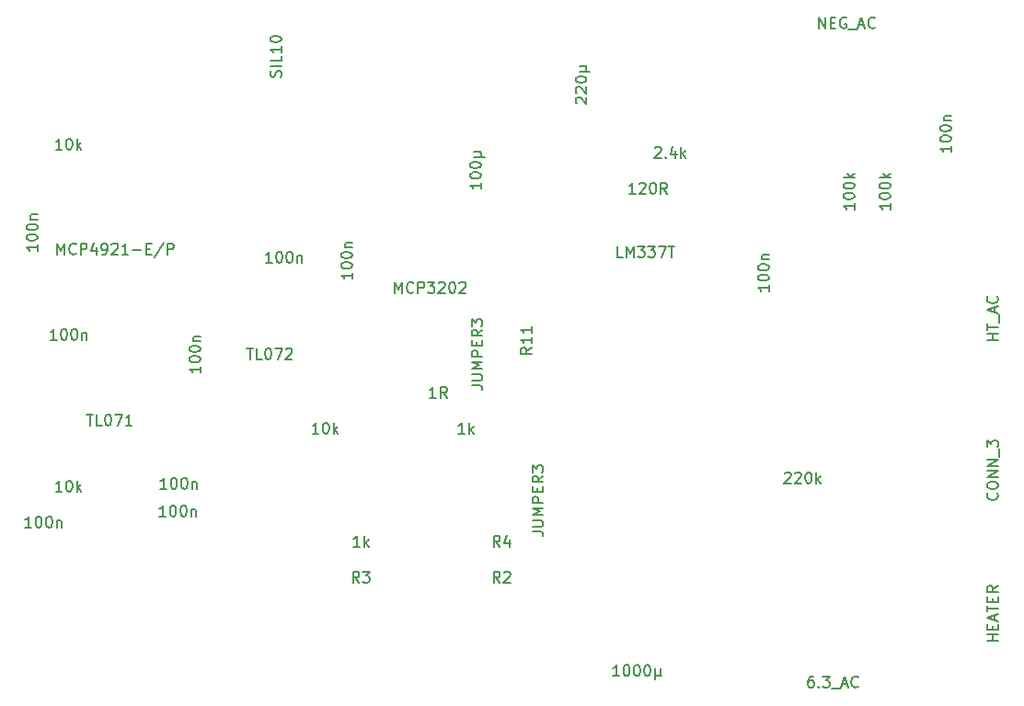
<source format=gbr>
G04 #@! TF.FileFunction,Other,Fab,Top*
%FSLAX46Y46*%
G04 Gerber Fmt 4.6, Leading zero omitted, Abs format (unit mm)*
G04 Created by KiCad (PCBNEW 4.0.2+dfsg1-stable) date dim. 24 juil. 2016 18:32:08 CEST*
%MOMM*%
G01*
G04 APERTURE LIST*
%ADD10C,0.100000*%
%ADD11C,0.150000*%
G04 APERTURE END LIST*
D10*
D11*
X235402667Y-107148381D02*
X235212190Y-107148381D01*
X235116952Y-107196000D01*
X235069333Y-107243619D01*
X234974095Y-107386476D01*
X234926476Y-107576952D01*
X234926476Y-107957905D01*
X234974095Y-108053143D01*
X235021714Y-108100762D01*
X235116952Y-108148381D01*
X235307429Y-108148381D01*
X235402667Y-108100762D01*
X235450286Y-108053143D01*
X235497905Y-107957905D01*
X235497905Y-107719810D01*
X235450286Y-107624571D01*
X235402667Y-107576952D01*
X235307429Y-107529333D01*
X235116952Y-107529333D01*
X235021714Y-107576952D01*
X234974095Y-107624571D01*
X234926476Y-107719810D01*
X235926476Y-108053143D02*
X235974095Y-108100762D01*
X235926476Y-108148381D01*
X235878857Y-108100762D01*
X235926476Y-108053143D01*
X235926476Y-108148381D01*
X236307428Y-107148381D02*
X236926476Y-107148381D01*
X236593142Y-107529333D01*
X236736000Y-107529333D01*
X236831238Y-107576952D01*
X236878857Y-107624571D01*
X236926476Y-107719810D01*
X236926476Y-107957905D01*
X236878857Y-108053143D01*
X236831238Y-108100762D01*
X236736000Y-108148381D01*
X236450285Y-108148381D01*
X236355047Y-108100762D01*
X236307428Y-108053143D01*
X237116952Y-108243619D02*
X237878857Y-108243619D01*
X238069333Y-107862667D02*
X238545524Y-107862667D01*
X237974095Y-108148381D02*
X238307428Y-107148381D01*
X238640762Y-108148381D01*
X239545524Y-108053143D02*
X239497905Y-108100762D01*
X239355048Y-108148381D01*
X239259810Y-108148381D01*
X239116952Y-108100762D01*
X239021714Y-108005524D01*
X238974095Y-107910286D01*
X238926476Y-107719810D01*
X238926476Y-107576952D01*
X238974095Y-107386476D01*
X239021714Y-107291238D01*
X239116952Y-107196000D01*
X239259810Y-107148381D01*
X239355048Y-107148381D01*
X239497905Y-107196000D01*
X239545524Y-107243619D01*
X193682953Y-95194381D02*
X193111524Y-95194381D01*
X193397238Y-95194381D02*
X193397238Y-94194381D01*
X193302000Y-94337238D01*
X193206762Y-94432476D01*
X193111524Y-94480095D01*
X194111524Y-95194381D02*
X194111524Y-94194381D01*
X194206762Y-94813429D02*
X194492477Y-95194381D01*
X194492477Y-94527714D02*
X194111524Y-94908667D01*
X179014381Y-78589047D02*
X179014381Y-79160476D01*
X179014381Y-78874762D02*
X178014381Y-78874762D01*
X178157238Y-78970000D01*
X178252476Y-79065238D01*
X178300095Y-79160476D01*
X178014381Y-77970000D02*
X178014381Y-77874761D01*
X178062000Y-77779523D01*
X178109619Y-77731904D01*
X178204857Y-77684285D01*
X178395333Y-77636666D01*
X178633429Y-77636666D01*
X178823905Y-77684285D01*
X178919143Y-77731904D01*
X178966762Y-77779523D01*
X179014381Y-77874761D01*
X179014381Y-77970000D01*
X178966762Y-78065238D01*
X178919143Y-78112857D01*
X178823905Y-78160476D01*
X178633429Y-78208095D01*
X178395333Y-78208095D01*
X178204857Y-78160476D01*
X178109619Y-78112857D01*
X178062000Y-78065238D01*
X178014381Y-77970000D01*
X178014381Y-77017619D02*
X178014381Y-76922380D01*
X178062000Y-76827142D01*
X178109619Y-76779523D01*
X178204857Y-76731904D01*
X178395333Y-76684285D01*
X178633429Y-76684285D01*
X178823905Y-76731904D01*
X178919143Y-76779523D01*
X178966762Y-76827142D01*
X179014381Y-76922380D01*
X179014381Y-77017619D01*
X178966762Y-77112857D01*
X178919143Y-77160476D01*
X178823905Y-77208095D01*
X178633429Y-77255714D01*
X178395333Y-77255714D01*
X178204857Y-77208095D01*
X178109619Y-77160476D01*
X178062000Y-77112857D01*
X178014381Y-77017619D01*
X178347714Y-76255714D02*
X179014381Y-76255714D01*
X178442952Y-76255714D02*
X178395333Y-76208095D01*
X178347714Y-76112857D01*
X178347714Y-75969999D01*
X178395333Y-75874761D01*
X178490571Y-75827142D01*
X179014381Y-75827142D01*
X252325143Y-90257047D02*
X252372762Y-90304666D01*
X252420381Y-90447523D01*
X252420381Y-90542761D01*
X252372762Y-90685619D01*
X252277524Y-90780857D01*
X252182286Y-90828476D01*
X251991810Y-90876095D01*
X251848952Y-90876095D01*
X251658476Y-90828476D01*
X251563238Y-90780857D01*
X251468000Y-90685619D01*
X251420381Y-90542761D01*
X251420381Y-90447523D01*
X251468000Y-90304666D01*
X251515619Y-90257047D01*
X251420381Y-89638000D02*
X251420381Y-89447523D01*
X251468000Y-89352285D01*
X251563238Y-89257047D01*
X251753714Y-89209428D01*
X252087048Y-89209428D01*
X252277524Y-89257047D01*
X252372762Y-89352285D01*
X252420381Y-89447523D01*
X252420381Y-89638000D01*
X252372762Y-89733238D01*
X252277524Y-89828476D01*
X252087048Y-89876095D01*
X251753714Y-89876095D01*
X251563238Y-89828476D01*
X251468000Y-89733238D01*
X251420381Y-89638000D01*
X252420381Y-88780857D02*
X251420381Y-88780857D01*
X252420381Y-88209428D01*
X251420381Y-88209428D01*
X252420381Y-87733238D02*
X251420381Y-87733238D01*
X252420381Y-87161809D01*
X251420381Y-87161809D01*
X252515619Y-86923714D02*
X252515619Y-86161809D01*
X251420381Y-86018952D02*
X251420381Y-85399904D01*
X251801333Y-85733238D01*
X251801333Y-85590380D01*
X251848952Y-85495142D01*
X251896571Y-85447523D01*
X251991810Y-85399904D01*
X252229905Y-85399904D01*
X252325143Y-85447523D01*
X252372762Y-85495142D01*
X252420381Y-85590380D01*
X252420381Y-85876095D01*
X252372762Y-85971333D01*
X252325143Y-86018952D01*
X217575334Y-107082381D02*
X217003905Y-107082381D01*
X217289619Y-107082381D02*
X217289619Y-106082381D01*
X217194381Y-106225238D01*
X217099143Y-106320476D01*
X217003905Y-106368095D01*
X218194381Y-106082381D02*
X218289620Y-106082381D01*
X218384858Y-106130000D01*
X218432477Y-106177619D01*
X218480096Y-106272857D01*
X218527715Y-106463333D01*
X218527715Y-106701429D01*
X218480096Y-106891905D01*
X218432477Y-106987143D01*
X218384858Y-107034762D01*
X218289620Y-107082381D01*
X218194381Y-107082381D01*
X218099143Y-107034762D01*
X218051524Y-106987143D01*
X218003905Y-106891905D01*
X217956286Y-106701429D01*
X217956286Y-106463333D01*
X218003905Y-106272857D01*
X218051524Y-106177619D01*
X218099143Y-106130000D01*
X218194381Y-106082381D01*
X219146762Y-106082381D02*
X219242001Y-106082381D01*
X219337239Y-106130000D01*
X219384858Y-106177619D01*
X219432477Y-106272857D01*
X219480096Y-106463333D01*
X219480096Y-106701429D01*
X219432477Y-106891905D01*
X219384858Y-106987143D01*
X219337239Y-107034762D01*
X219242001Y-107082381D01*
X219146762Y-107082381D01*
X219051524Y-107034762D01*
X219003905Y-106987143D01*
X218956286Y-106891905D01*
X218908667Y-106701429D01*
X218908667Y-106463333D01*
X218956286Y-106272857D01*
X219003905Y-106177619D01*
X219051524Y-106130000D01*
X219146762Y-106082381D01*
X220099143Y-106082381D02*
X220194382Y-106082381D01*
X220289620Y-106130000D01*
X220337239Y-106177619D01*
X220384858Y-106272857D01*
X220432477Y-106463333D01*
X220432477Y-106701429D01*
X220384858Y-106891905D01*
X220337239Y-106987143D01*
X220289620Y-107034762D01*
X220194382Y-107082381D01*
X220099143Y-107082381D01*
X220003905Y-107034762D01*
X219956286Y-106987143D01*
X219908667Y-106891905D01*
X219861048Y-106701429D01*
X219861048Y-106463333D01*
X219908667Y-106272857D01*
X219956286Y-106177619D01*
X220003905Y-106130000D01*
X220099143Y-106082381D01*
X220861048Y-106415714D02*
X220861048Y-107415714D01*
X221337239Y-106939524D02*
X221384858Y-107034762D01*
X221480096Y-107082381D01*
X220861048Y-106939524D02*
X220908667Y-107034762D01*
X221003905Y-107082381D01*
X221194382Y-107082381D01*
X221289620Y-107034762D01*
X221337239Y-106939524D01*
X221337239Y-106415714D01*
X175838953Y-92400381D02*
X175267524Y-92400381D01*
X175553238Y-92400381D02*
X175553238Y-91400381D01*
X175458000Y-91543238D01*
X175362762Y-91638476D01*
X175267524Y-91686095D01*
X176458000Y-91400381D02*
X176553239Y-91400381D01*
X176648477Y-91448000D01*
X176696096Y-91495619D01*
X176743715Y-91590857D01*
X176791334Y-91781333D01*
X176791334Y-92019429D01*
X176743715Y-92209905D01*
X176696096Y-92305143D01*
X176648477Y-92352762D01*
X176553239Y-92400381D01*
X176458000Y-92400381D01*
X176362762Y-92352762D01*
X176315143Y-92305143D01*
X176267524Y-92209905D01*
X176219905Y-92019429D01*
X176219905Y-91781333D01*
X176267524Y-91590857D01*
X176315143Y-91495619D01*
X176362762Y-91448000D01*
X176458000Y-91400381D01*
X177410381Y-91400381D02*
X177505620Y-91400381D01*
X177600858Y-91448000D01*
X177648477Y-91495619D01*
X177696096Y-91590857D01*
X177743715Y-91781333D01*
X177743715Y-92019429D01*
X177696096Y-92209905D01*
X177648477Y-92305143D01*
X177600858Y-92352762D01*
X177505620Y-92400381D01*
X177410381Y-92400381D01*
X177315143Y-92352762D01*
X177267524Y-92305143D01*
X177219905Y-92209905D01*
X177172286Y-92019429D01*
X177172286Y-91781333D01*
X177219905Y-91590857D01*
X177267524Y-91495619D01*
X177315143Y-91448000D01*
X177410381Y-91400381D01*
X178172286Y-91733714D02*
X178172286Y-92400381D01*
X178172286Y-91828952D02*
X178219905Y-91781333D01*
X178315143Y-91733714D01*
X178458001Y-91733714D01*
X178553239Y-91781333D01*
X178600858Y-91876571D01*
X178600858Y-92400381D01*
X163472953Y-93416381D02*
X162901524Y-93416381D01*
X163187238Y-93416381D02*
X163187238Y-92416381D01*
X163092000Y-92559238D01*
X162996762Y-92654476D01*
X162901524Y-92702095D01*
X164092000Y-92416381D02*
X164187239Y-92416381D01*
X164282477Y-92464000D01*
X164330096Y-92511619D01*
X164377715Y-92606857D01*
X164425334Y-92797333D01*
X164425334Y-93035429D01*
X164377715Y-93225905D01*
X164330096Y-93321143D01*
X164282477Y-93368762D01*
X164187239Y-93416381D01*
X164092000Y-93416381D01*
X163996762Y-93368762D01*
X163949143Y-93321143D01*
X163901524Y-93225905D01*
X163853905Y-93035429D01*
X163853905Y-92797333D01*
X163901524Y-92606857D01*
X163949143Y-92511619D01*
X163996762Y-92464000D01*
X164092000Y-92416381D01*
X165044381Y-92416381D02*
X165139620Y-92416381D01*
X165234858Y-92464000D01*
X165282477Y-92511619D01*
X165330096Y-92606857D01*
X165377715Y-92797333D01*
X165377715Y-93035429D01*
X165330096Y-93225905D01*
X165282477Y-93321143D01*
X165234858Y-93368762D01*
X165139620Y-93416381D01*
X165044381Y-93416381D01*
X164949143Y-93368762D01*
X164901524Y-93321143D01*
X164853905Y-93225905D01*
X164806286Y-93035429D01*
X164806286Y-92797333D01*
X164853905Y-92606857D01*
X164901524Y-92511619D01*
X164949143Y-92464000D01*
X165044381Y-92416381D01*
X165806286Y-92749714D02*
X165806286Y-93416381D01*
X165806286Y-92844952D02*
X165853905Y-92797333D01*
X165949143Y-92749714D01*
X166092001Y-92749714D01*
X166187239Y-92797333D01*
X166234858Y-92892571D01*
X166234858Y-93416381D01*
X213649619Y-54359905D02*
X213602000Y-54312286D01*
X213554381Y-54217048D01*
X213554381Y-53978952D01*
X213602000Y-53883714D01*
X213649619Y-53836095D01*
X213744857Y-53788476D01*
X213840095Y-53788476D01*
X213982952Y-53836095D01*
X214554381Y-54407524D01*
X214554381Y-53788476D01*
X213649619Y-53407524D02*
X213602000Y-53359905D01*
X213554381Y-53264667D01*
X213554381Y-53026571D01*
X213602000Y-52931333D01*
X213649619Y-52883714D01*
X213744857Y-52836095D01*
X213840095Y-52836095D01*
X213982952Y-52883714D01*
X214554381Y-53455143D01*
X214554381Y-52836095D01*
X213554381Y-52217048D02*
X213554381Y-52121809D01*
X213602000Y-52026571D01*
X213649619Y-51978952D01*
X213744857Y-51931333D01*
X213935333Y-51883714D01*
X214173429Y-51883714D01*
X214363905Y-51931333D01*
X214459143Y-51978952D01*
X214506762Y-52026571D01*
X214554381Y-52121809D01*
X214554381Y-52217048D01*
X214506762Y-52312286D01*
X214459143Y-52359905D01*
X214363905Y-52407524D01*
X214173429Y-52455143D01*
X213935333Y-52455143D01*
X213744857Y-52407524D01*
X213649619Y-52359905D01*
X213602000Y-52312286D01*
X213554381Y-52217048D01*
X213887714Y-51455143D02*
X214887714Y-51455143D01*
X214411524Y-50978952D02*
X214506762Y-50931333D01*
X214554381Y-50836095D01*
X214411524Y-51455143D02*
X214506762Y-51407524D01*
X214554381Y-51312286D01*
X214554381Y-51121809D01*
X214506762Y-51026571D01*
X214411524Y-50978952D01*
X213887714Y-50978952D01*
X204840381Y-61662476D02*
X204840381Y-62233905D01*
X204840381Y-61948191D02*
X203840381Y-61948191D01*
X203983238Y-62043429D01*
X204078476Y-62138667D01*
X204126095Y-62233905D01*
X203840381Y-61043429D02*
X203840381Y-60948190D01*
X203888000Y-60852952D01*
X203935619Y-60805333D01*
X204030857Y-60757714D01*
X204221333Y-60710095D01*
X204459429Y-60710095D01*
X204649905Y-60757714D01*
X204745143Y-60805333D01*
X204792762Y-60852952D01*
X204840381Y-60948190D01*
X204840381Y-61043429D01*
X204792762Y-61138667D01*
X204745143Y-61186286D01*
X204649905Y-61233905D01*
X204459429Y-61281524D01*
X204221333Y-61281524D01*
X204030857Y-61233905D01*
X203935619Y-61186286D01*
X203888000Y-61138667D01*
X203840381Y-61043429D01*
X203840381Y-60091048D02*
X203840381Y-59995809D01*
X203888000Y-59900571D01*
X203935619Y-59852952D01*
X204030857Y-59805333D01*
X204221333Y-59757714D01*
X204459429Y-59757714D01*
X204649905Y-59805333D01*
X204745143Y-59852952D01*
X204792762Y-59900571D01*
X204840381Y-59995809D01*
X204840381Y-60091048D01*
X204792762Y-60186286D01*
X204745143Y-60233905D01*
X204649905Y-60281524D01*
X204459429Y-60329143D01*
X204221333Y-60329143D01*
X204030857Y-60281524D01*
X203935619Y-60233905D01*
X203888000Y-60186286D01*
X203840381Y-60091048D01*
X204173714Y-59329143D02*
X205173714Y-59329143D01*
X204697524Y-58852952D02*
X204792762Y-58805333D01*
X204840381Y-58710095D01*
X204697524Y-59329143D02*
X204792762Y-59281524D01*
X204840381Y-59186286D01*
X204840381Y-58995809D01*
X204792762Y-58900571D01*
X204697524Y-58852952D01*
X204173714Y-58852952D01*
X175918953Y-89860381D02*
X175347524Y-89860381D01*
X175633238Y-89860381D02*
X175633238Y-88860381D01*
X175538000Y-89003238D01*
X175442762Y-89098476D01*
X175347524Y-89146095D01*
X176538000Y-88860381D02*
X176633239Y-88860381D01*
X176728477Y-88908000D01*
X176776096Y-88955619D01*
X176823715Y-89050857D01*
X176871334Y-89241333D01*
X176871334Y-89479429D01*
X176823715Y-89669905D01*
X176776096Y-89765143D01*
X176728477Y-89812762D01*
X176633239Y-89860381D01*
X176538000Y-89860381D01*
X176442762Y-89812762D01*
X176395143Y-89765143D01*
X176347524Y-89669905D01*
X176299905Y-89479429D01*
X176299905Y-89241333D01*
X176347524Y-89050857D01*
X176395143Y-88955619D01*
X176442762Y-88908000D01*
X176538000Y-88860381D01*
X177490381Y-88860381D02*
X177585620Y-88860381D01*
X177680858Y-88908000D01*
X177728477Y-88955619D01*
X177776096Y-89050857D01*
X177823715Y-89241333D01*
X177823715Y-89479429D01*
X177776096Y-89669905D01*
X177728477Y-89765143D01*
X177680858Y-89812762D01*
X177585620Y-89860381D01*
X177490381Y-89860381D01*
X177395143Y-89812762D01*
X177347524Y-89765143D01*
X177299905Y-89669905D01*
X177252286Y-89479429D01*
X177252286Y-89241333D01*
X177299905Y-89050857D01*
X177347524Y-88955619D01*
X177395143Y-88908000D01*
X177490381Y-88860381D01*
X178252286Y-89193714D02*
X178252286Y-89860381D01*
X178252286Y-89288952D02*
X178299905Y-89241333D01*
X178395143Y-89193714D01*
X178538001Y-89193714D01*
X178633239Y-89241333D01*
X178680858Y-89336571D01*
X178680858Y-89860381D01*
X165798953Y-76144381D02*
X165227524Y-76144381D01*
X165513238Y-76144381D02*
X165513238Y-75144381D01*
X165418000Y-75287238D01*
X165322762Y-75382476D01*
X165227524Y-75430095D01*
X166418000Y-75144381D02*
X166513239Y-75144381D01*
X166608477Y-75192000D01*
X166656096Y-75239619D01*
X166703715Y-75334857D01*
X166751334Y-75525333D01*
X166751334Y-75763429D01*
X166703715Y-75953905D01*
X166656096Y-76049143D01*
X166608477Y-76096762D01*
X166513239Y-76144381D01*
X166418000Y-76144381D01*
X166322762Y-76096762D01*
X166275143Y-76049143D01*
X166227524Y-75953905D01*
X166179905Y-75763429D01*
X166179905Y-75525333D01*
X166227524Y-75334857D01*
X166275143Y-75239619D01*
X166322762Y-75192000D01*
X166418000Y-75144381D01*
X167370381Y-75144381D02*
X167465620Y-75144381D01*
X167560858Y-75192000D01*
X167608477Y-75239619D01*
X167656096Y-75334857D01*
X167703715Y-75525333D01*
X167703715Y-75763429D01*
X167656096Y-75953905D01*
X167608477Y-76049143D01*
X167560858Y-76096762D01*
X167465620Y-76144381D01*
X167370381Y-76144381D01*
X167275143Y-76096762D01*
X167227524Y-76049143D01*
X167179905Y-75953905D01*
X167132286Y-75763429D01*
X167132286Y-75525333D01*
X167179905Y-75334857D01*
X167227524Y-75239619D01*
X167275143Y-75192000D01*
X167370381Y-75144381D01*
X168132286Y-75477714D02*
X168132286Y-76144381D01*
X168132286Y-75572952D02*
X168179905Y-75525333D01*
X168275143Y-75477714D01*
X168418001Y-75477714D01*
X168513239Y-75525333D01*
X168560858Y-75620571D01*
X168560858Y-76144381D01*
X164028381Y-67373047D02*
X164028381Y-67944476D01*
X164028381Y-67658762D02*
X163028381Y-67658762D01*
X163171238Y-67754000D01*
X163266476Y-67849238D01*
X163314095Y-67944476D01*
X163028381Y-66754000D02*
X163028381Y-66658761D01*
X163076000Y-66563523D01*
X163123619Y-66515904D01*
X163218857Y-66468285D01*
X163409333Y-66420666D01*
X163647429Y-66420666D01*
X163837905Y-66468285D01*
X163933143Y-66515904D01*
X163980762Y-66563523D01*
X164028381Y-66658761D01*
X164028381Y-66754000D01*
X163980762Y-66849238D01*
X163933143Y-66896857D01*
X163837905Y-66944476D01*
X163647429Y-66992095D01*
X163409333Y-66992095D01*
X163218857Y-66944476D01*
X163123619Y-66896857D01*
X163076000Y-66849238D01*
X163028381Y-66754000D01*
X163028381Y-65801619D02*
X163028381Y-65706380D01*
X163076000Y-65611142D01*
X163123619Y-65563523D01*
X163218857Y-65515904D01*
X163409333Y-65468285D01*
X163647429Y-65468285D01*
X163837905Y-65515904D01*
X163933143Y-65563523D01*
X163980762Y-65611142D01*
X164028381Y-65706380D01*
X164028381Y-65801619D01*
X163980762Y-65896857D01*
X163933143Y-65944476D01*
X163837905Y-65992095D01*
X163647429Y-66039714D01*
X163409333Y-66039714D01*
X163218857Y-65992095D01*
X163123619Y-65944476D01*
X163076000Y-65896857D01*
X163028381Y-65801619D01*
X163361714Y-65039714D02*
X164028381Y-65039714D01*
X163456952Y-65039714D02*
X163409333Y-64992095D01*
X163361714Y-64896857D01*
X163361714Y-64753999D01*
X163409333Y-64658761D01*
X163504571Y-64611142D01*
X164028381Y-64611142D01*
X192984381Y-69953047D02*
X192984381Y-70524476D01*
X192984381Y-70238762D02*
X191984381Y-70238762D01*
X192127238Y-70334000D01*
X192222476Y-70429238D01*
X192270095Y-70524476D01*
X191984381Y-69334000D02*
X191984381Y-69238761D01*
X192032000Y-69143523D01*
X192079619Y-69095904D01*
X192174857Y-69048285D01*
X192365333Y-69000666D01*
X192603429Y-69000666D01*
X192793905Y-69048285D01*
X192889143Y-69095904D01*
X192936762Y-69143523D01*
X192984381Y-69238761D01*
X192984381Y-69334000D01*
X192936762Y-69429238D01*
X192889143Y-69476857D01*
X192793905Y-69524476D01*
X192603429Y-69572095D01*
X192365333Y-69572095D01*
X192174857Y-69524476D01*
X192079619Y-69476857D01*
X192032000Y-69429238D01*
X191984381Y-69334000D01*
X191984381Y-68381619D02*
X191984381Y-68286380D01*
X192032000Y-68191142D01*
X192079619Y-68143523D01*
X192174857Y-68095904D01*
X192365333Y-68048285D01*
X192603429Y-68048285D01*
X192793905Y-68095904D01*
X192889143Y-68143523D01*
X192936762Y-68191142D01*
X192984381Y-68286380D01*
X192984381Y-68381619D01*
X192936762Y-68476857D01*
X192889143Y-68524476D01*
X192793905Y-68572095D01*
X192603429Y-68619714D01*
X192365333Y-68619714D01*
X192174857Y-68572095D01*
X192079619Y-68524476D01*
X192032000Y-68476857D01*
X191984381Y-68381619D01*
X192317714Y-67619714D02*
X192984381Y-67619714D01*
X192412952Y-67619714D02*
X192365333Y-67572095D01*
X192317714Y-67476857D01*
X192317714Y-67333999D01*
X192365333Y-67238761D01*
X192460571Y-67191142D01*
X192984381Y-67191142D01*
X185610953Y-69032381D02*
X185039524Y-69032381D01*
X185325238Y-69032381D02*
X185325238Y-68032381D01*
X185230000Y-68175238D01*
X185134762Y-68270476D01*
X185039524Y-68318095D01*
X186230000Y-68032381D02*
X186325239Y-68032381D01*
X186420477Y-68080000D01*
X186468096Y-68127619D01*
X186515715Y-68222857D01*
X186563334Y-68413333D01*
X186563334Y-68651429D01*
X186515715Y-68841905D01*
X186468096Y-68937143D01*
X186420477Y-68984762D01*
X186325239Y-69032381D01*
X186230000Y-69032381D01*
X186134762Y-68984762D01*
X186087143Y-68937143D01*
X186039524Y-68841905D01*
X185991905Y-68651429D01*
X185991905Y-68413333D01*
X186039524Y-68222857D01*
X186087143Y-68127619D01*
X186134762Y-68080000D01*
X186230000Y-68032381D01*
X187182381Y-68032381D02*
X187277620Y-68032381D01*
X187372858Y-68080000D01*
X187420477Y-68127619D01*
X187468096Y-68222857D01*
X187515715Y-68413333D01*
X187515715Y-68651429D01*
X187468096Y-68841905D01*
X187420477Y-68937143D01*
X187372858Y-68984762D01*
X187277620Y-69032381D01*
X187182381Y-69032381D01*
X187087143Y-68984762D01*
X187039524Y-68937143D01*
X186991905Y-68841905D01*
X186944286Y-68651429D01*
X186944286Y-68413333D01*
X186991905Y-68222857D01*
X187039524Y-68127619D01*
X187087143Y-68080000D01*
X187182381Y-68032381D01*
X187944286Y-68365714D02*
X187944286Y-69032381D01*
X187944286Y-68460952D02*
X187991905Y-68413333D01*
X188087143Y-68365714D01*
X188230001Y-68365714D01*
X188325239Y-68413333D01*
X188372858Y-68508571D01*
X188372858Y-69032381D01*
X203974381Y-80350952D02*
X204688667Y-80350952D01*
X204831524Y-80398572D01*
X204926762Y-80493810D01*
X204974381Y-80636667D01*
X204974381Y-80731905D01*
X203974381Y-79874762D02*
X204783905Y-79874762D01*
X204879143Y-79827143D01*
X204926762Y-79779524D01*
X204974381Y-79684286D01*
X204974381Y-79493809D01*
X204926762Y-79398571D01*
X204879143Y-79350952D01*
X204783905Y-79303333D01*
X203974381Y-79303333D01*
X204974381Y-78827143D02*
X203974381Y-78827143D01*
X204688667Y-78493809D01*
X203974381Y-78160476D01*
X204974381Y-78160476D01*
X204974381Y-77684286D02*
X203974381Y-77684286D01*
X203974381Y-77303333D01*
X204022000Y-77208095D01*
X204069619Y-77160476D01*
X204164857Y-77112857D01*
X204307714Y-77112857D01*
X204402952Y-77160476D01*
X204450571Y-77208095D01*
X204498190Y-77303333D01*
X204498190Y-77684286D01*
X204450571Y-76684286D02*
X204450571Y-76350952D01*
X204974381Y-76208095D02*
X204974381Y-76684286D01*
X203974381Y-76684286D01*
X203974381Y-76208095D01*
X204974381Y-75208095D02*
X204498190Y-75541429D01*
X204974381Y-75779524D02*
X203974381Y-75779524D01*
X203974381Y-75398571D01*
X204022000Y-75303333D01*
X204069619Y-75255714D01*
X204164857Y-75208095D01*
X204307714Y-75208095D01*
X204402952Y-75255714D01*
X204450571Y-75303333D01*
X204498190Y-75398571D01*
X204498190Y-75779524D01*
X203974381Y-74874762D02*
X203974381Y-74255714D01*
X204355333Y-74589048D01*
X204355333Y-74446190D01*
X204402952Y-74350952D01*
X204450571Y-74303333D01*
X204545810Y-74255714D01*
X204783905Y-74255714D01*
X204879143Y-74303333D01*
X204926762Y-74350952D01*
X204974381Y-74446190D01*
X204974381Y-74731905D01*
X204926762Y-74827143D01*
X204879143Y-74874762D01*
X209562381Y-93812952D02*
X210276667Y-93812952D01*
X210419524Y-93860572D01*
X210514762Y-93955810D01*
X210562381Y-94098667D01*
X210562381Y-94193905D01*
X209562381Y-93336762D02*
X210371905Y-93336762D01*
X210467143Y-93289143D01*
X210514762Y-93241524D01*
X210562381Y-93146286D01*
X210562381Y-92955809D01*
X210514762Y-92860571D01*
X210467143Y-92812952D01*
X210371905Y-92765333D01*
X209562381Y-92765333D01*
X210562381Y-92289143D02*
X209562381Y-92289143D01*
X210276667Y-91955809D01*
X209562381Y-91622476D01*
X210562381Y-91622476D01*
X210562381Y-91146286D02*
X209562381Y-91146286D01*
X209562381Y-90765333D01*
X209610000Y-90670095D01*
X209657619Y-90622476D01*
X209752857Y-90574857D01*
X209895714Y-90574857D01*
X209990952Y-90622476D01*
X210038571Y-90670095D01*
X210086190Y-90765333D01*
X210086190Y-91146286D01*
X210038571Y-90146286D02*
X210038571Y-89812952D01*
X210562381Y-89670095D02*
X210562381Y-90146286D01*
X209562381Y-90146286D01*
X209562381Y-89670095D01*
X210562381Y-88670095D02*
X210086190Y-89003429D01*
X210562381Y-89241524D02*
X209562381Y-89241524D01*
X209562381Y-88860571D01*
X209610000Y-88765333D01*
X209657619Y-88717714D01*
X209752857Y-88670095D01*
X209895714Y-88670095D01*
X209990952Y-88717714D01*
X210038571Y-88765333D01*
X210086190Y-88860571D01*
X210086190Y-89241524D01*
X209562381Y-88336762D02*
X209562381Y-87717714D01*
X209943333Y-88051048D01*
X209943333Y-87908190D01*
X209990952Y-87812952D01*
X210038571Y-87765333D01*
X210133810Y-87717714D01*
X210371905Y-87717714D01*
X210467143Y-87765333D01*
X210514762Y-87812952D01*
X210562381Y-87908190D01*
X210562381Y-88193905D01*
X210514762Y-88289143D01*
X210467143Y-88336762D01*
X252420381Y-103846000D02*
X251420381Y-103846000D01*
X251896571Y-103846000D02*
X251896571Y-103274571D01*
X252420381Y-103274571D02*
X251420381Y-103274571D01*
X251896571Y-102798381D02*
X251896571Y-102465047D01*
X252420381Y-102322190D02*
X252420381Y-102798381D01*
X251420381Y-102798381D01*
X251420381Y-102322190D01*
X252134667Y-101941238D02*
X252134667Y-101465047D01*
X252420381Y-102036476D02*
X251420381Y-101703143D01*
X252420381Y-101369809D01*
X251420381Y-101179333D02*
X251420381Y-100607904D01*
X252420381Y-100893619D02*
X251420381Y-100893619D01*
X251896571Y-100274571D02*
X251896571Y-99941237D01*
X252420381Y-99798380D02*
X252420381Y-100274571D01*
X251420381Y-100274571D01*
X251420381Y-99798380D01*
X252420381Y-98798380D02*
X251944190Y-99131714D01*
X252420381Y-99369809D02*
X251420381Y-99369809D01*
X251420381Y-98988856D01*
X251468000Y-98893618D01*
X251515619Y-98845999D01*
X251610857Y-98798380D01*
X251753714Y-98798380D01*
X251848952Y-98845999D01*
X251896571Y-98893618D01*
X251944190Y-98988856D01*
X251944190Y-99369809D01*
X252420381Y-76144191D02*
X251420381Y-76144191D01*
X251896571Y-76144191D02*
X251896571Y-75572762D01*
X252420381Y-75572762D02*
X251420381Y-75572762D01*
X251420381Y-75239429D02*
X251420381Y-74668000D01*
X252420381Y-74953715D02*
X251420381Y-74953715D01*
X252515619Y-74572762D02*
X252515619Y-73810857D01*
X252134667Y-73620381D02*
X252134667Y-73144190D01*
X252420381Y-73715619D02*
X251420381Y-73382286D01*
X252420381Y-73048952D01*
X252325143Y-72144190D02*
X252372762Y-72191809D01*
X252420381Y-72334666D01*
X252420381Y-72429904D01*
X252372762Y-72572762D01*
X252277524Y-72668000D01*
X252182286Y-72715619D01*
X251991810Y-72763238D01*
X251848952Y-72763238D01*
X251658476Y-72715619D01*
X251563238Y-72668000D01*
X251468000Y-72572762D01*
X251420381Y-72429904D01*
X251420381Y-72334666D01*
X251468000Y-72191809D01*
X251515619Y-72144190D01*
X235958381Y-47442381D02*
X235958381Y-46442381D01*
X236529810Y-47442381D01*
X236529810Y-46442381D01*
X237006000Y-46918571D02*
X237339334Y-46918571D01*
X237482191Y-47442381D02*
X237006000Y-47442381D01*
X237006000Y-46442381D01*
X237482191Y-46442381D01*
X238434572Y-46490000D02*
X238339334Y-46442381D01*
X238196477Y-46442381D01*
X238053619Y-46490000D01*
X237958381Y-46585238D01*
X237910762Y-46680476D01*
X237863143Y-46870952D01*
X237863143Y-47013810D01*
X237910762Y-47204286D01*
X237958381Y-47299524D01*
X238053619Y-47394762D01*
X238196477Y-47442381D01*
X238291715Y-47442381D01*
X238434572Y-47394762D01*
X238482191Y-47347143D01*
X238482191Y-47013810D01*
X238291715Y-47013810D01*
X238672667Y-47537619D02*
X239434572Y-47537619D01*
X239625048Y-47156667D02*
X240101239Y-47156667D01*
X239529810Y-47442381D02*
X239863143Y-46442381D01*
X240196477Y-47442381D01*
X241101239Y-47347143D02*
X241053620Y-47394762D01*
X240910763Y-47442381D01*
X240815525Y-47442381D01*
X240672667Y-47394762D01*
X240577429Y-47299524D01*
X240529810Y-47204286D01*
X240482191Y-47013810D01*
X240482191Y-46870952D01*
X240529810Y-46680476D01*
X240577429Y-46585238D01*
X240672667Y-46490000D01*
X240815525Y-46442381D01*
X240910763Y-46442381D01*
X241053620Y-46490000D01*
X241101239Y-46537619D01*
X206589334Y-98496381D02*
X206256000Y-98020190D01*
X206017905Y-98496381D02*
X206017905Y-97496381D01*
X206398858Y-97496381D01*
X206494096Y-97544000D01*
X206541715Y-97591619D01*
X206589334Y-97686857D01*
X206589334Y-97829714D01*
X206541715Y-97924952D01*
X206494096Y-97972571D01*
X206398858Y-98020190D01*
X206017905Y-98020190D01*
X206970286Y-97591619D02*
X207017905Y-97544000D01*
X207113143Y-97496381D01*
X207351239Y-97496381D01*
X207446477Y-97544000D01*
X207494096Y-97591619D01*
X207541715Y-97686857D01*
X207541715Y-97782095D01*
X207494096Y-97924952D01*
X206922667Y-98496381D01*
X207541715Y-98496381D01*
X193635334Y-98496381D02*
X193302000Y-98020190D01*
X193063905Y-98496381D02*
X193063905Y-97496381D01*
X193444858Y-97496381D01*
X193540096Y-97544000D01*
X193587715Y-97591619D01*
X193635334Y-97686857D01*
X193635334Y-97829714D01*
X193587715Y-97924952D01*
X193540096Y-97972571D01*
X193444858Y-98020190D01*
X193063905Y-98020190D01*
X193968667Y-97496381D02*
X194587715Y-97496381D01*
X194254381Y-97877333D01*
X194397239Y-97877333D01*
X194492477Y-97924952D01*
X194540096Y-97972571D01*
X194587715Y-98067810D01*
X194587715Y-98305905D01*
X194540096Y-98401143D01*
X194492477Y-98448762D01*
X194397239Y-98496381D01*
X194111524Y-98496381D01*
X194016286Y-98448762D01*
X193968667Y-98401143D01*
X206589334Y-95194381D02*
X206256000Y-94718190D01*
X206017905Y-95194381D02*
X206017905Y-94194381D01*
X206398858Y-94194381D01*
X206494096Y-94242000D01*
X206541715Y-94289619D01*
X206589334Y-94384857D01*
X206589334Y-94527714D01*
X206541715Y-94622952D01*
X206494096Y-94670571D01*
X206398858Y-94718190D01*
X206017905Y-94718190D01*
X207446477Y-94527714D02*
X207446477Y-95194381D01*
X207208381Y-94146762D02*
X206970286Y-94861048D01*
X207589334Y-94861048D01*
X166282762Y-90114381D02*
X165711333Y-90114381D01*
X165997047Y-90114381D02*
X165997047Y-89114381D01*
X165901809Y-89257238D01*
X165806571Y-89352476D01*
X165711333Y-89400095D01*
X166901809Y-89114381D02*
X166997048Y-89114381D01*
X167092286Y-89162000D01*
X167139905Y-89209619D01*
X167187524Y-89304857D01*
X167235143Y-89495333D01*
X167235143Y-89733429D01*
X167187524Y-89923905D01*
X167139905Y-90019143D01*
X167092286Y-90066762D01*
X166997048Y-90114381D01*
X166901809Y-90114381D01*
X166806571Y-90066762D01*
X166758952Y-90019143D01*
X166711333Y-89923905D01*
X166663714Y-89733429D01*
X166663714Y-89495333D01*
X166711333Y-89304857D01*
X166758952Y-89209619D01*
X166806571Y-89162000D01*
X166901809Y-89114381D01*
X167663714Y-90114381D02*
X167663714Y-89114381D01*
X167758952Y-89733429D02*
X168044667Y-90114381D01*
X168044667Y-89447714D02*
X167663714Y-89828667D01*
X166282762Y-58618381D02*
X165711333Y-58618381D01*
X165997047Y-58618381D02*
X165997047Y-57618381D01*
X165901809Y-57761238D01*
X165806571Y-57856476D01*
X165711333Y-57904095D01*
X166901809Y-57618381D02*
X166997048Y-57618381D01*
X167092286Y-57666000D01*
X167139905Y-57713619D01*
X167187524Y-57808857D01*
X167235143Y-57999333D01*
X167235143Y-58237429D01*
X167187524Y-58427905D01*
X167139905Y-58523143D01*
X167092286Y-58570762D01*
X166997048Y-58618381D01*
X166901809Y-58618381D01*
X166806571Y-58570762D01*
X166758952Y-58523143D01*
X166711333Y-58427905D01*
X166663714Y-58237429D01*
X166663714Y-57999333D01*
X166711333Y-57808857D01*
X166758952Y-57713619D01*
X166806571Y-57666000D01*
X166901809Y-57618381D01*
X167663714Y-58618381D02*
X167663714Y-57618381D01*
X167758952Y-58237429D02*
X168044667Y-58618381D01*
X168044667Y-57951714D02*
X167663714Y-58332667D01*
X239212381Y-63555428D02*
X239212381Y-64126857D01*
X239212381Y-63841143D02*
X238212381Y-63841143D01*
X238355238Y-63936381D01*
X238450476Y-64031619D01*
X238498095Y-64126857D01*
X238212381Y-62936381D02*
X238212381Y-62841142D01*
X238260000Y-62745904D01*
X238307619Y-62698285D01*
X238402857Y-62650666D01*
X238593333Y-62603047D01*
X238831429Y-62603047D01*
X239021905Y-62650666D01*
X239117143Y-62698285D01*
X239164762Y-62745904D01*
X239212381Y-62841142D01*
X239212381Y-62936381D01*
X239164762Y-63031619D01*
X239117143Y-63079238D01*
X239021905Y-63126857D01*
X238831429Y-63174476D01*
X238593333Y-63174476D01*
X238402857Y-63126857D01*
X238307619Y-63079238D01*
X238260000Y-63031619D01*
X238212381Y-62936381D01*
X238212381Y-61984000D02*
X238212381Y-61888761D01*
X238260000Y-61793523D01*
X238307619Y-61745904D01*
X238402857Y-61698285D01*
X238593333Y-61650666D01*
X238831429Y-61650666D01*
X239021905Y-61698285D01*
X239117143Y-61745904D01*
X239164762Y-61793523D01*
X239212381Y-61888761D01*
X239212381Y-61984000D01*
X239164762Y-62079238D01*
X239117143Y-62126857D01*
X239021905Y-62174476D01*
X238831429Y-62222095D01*
X238593333Y-62222095D01*
X238402857Y-62174476D01*
X238307619Y-62126857D01*
X238260000Y-62079238D01*
X238212381Y-61984000D01*
X239212381Y-61222095D02*
X238212381Y-61222095D01*
X238831429Y-61126857D02*
X239212381Y-60841142D01*
X238545714Y-60841142D02*
X238926667Y-61222095D01*
X242514381Y-63555428D02*
X242514381Y-64126857D01*
X242514381Y-63841143D02*
X241514381Y-63841143D01*
X241657238Y-63936381D01*
X241752476Y-64031619D01*
X241800095Y-64126857D01*
X241514381Y-62936381D02*
X241514381Y-62841142D01*
X241562000Y-62745904D01*
X241609619Y-62698285D01*
X241704857Y-62650666D01*
X241895333Y-62603047D01*
X242133429Y-62603047D01*
X242323905Y-62650666D01*
X242419143Y-62698285D01*
X242466762Y-62745904D01*
X242514381Y-62841142D01*
X242514381Y-62936381D01*
X242466762Y-63031619D01*
X242419143Y-63079238D01*
X242323905Y-63126857D01*
X242133429Y-63174476D01*
X241895333Y-63174476D01*
X241704857Y-63126857D01*
X241609619Y-63079238D01*
X241562000Y-63031619D01*
X241514381Y-62936381D01*
X241514381Y-61984000D02*
X241514381Y-61888761D01*
X241562000Y-61793523D01*
X241609619Y-61745904D01*
X241704857Y-61698285D01*
X241895333Y-61650666D01*
X242133429Y-61650666D01*
X242323905Y-61698285D01*
X242419143Y-61745904D01*
X242466762Y-61793523D01*
X242514381Y-61888761D01*
X242514381Y-61984000D01*
X242466762Y-62079238D01*
X242419143Y-62126857D01*
X242323905Y-62174476D01*
X242133429Y-62222095D01*
X241895333Y-62222095D01*
X241704857Y-62174476D01*
X241609619Y-62126857D01*
X241562000Y-62079238D01*
X241514381Y-61984000D01*
X242514381Y-61222095D02*
X241514381Y-61222095D01*
X242133429Y-61126857D02*
X242514381Y-60841142D01*
X241847714Y-60841142D02*
X242228667Y-61222095D01*
X232799143Y-88447619D02*
X232846762Y-88400000D01*
X232942000Y-88352381D01*
X233180096Y-88352381D01*
X233275334Y-88400000D01*
X233322953Y-88447619D01*
X233370572Y-88542857D01*
X233370572Y-88638095D01*
X233322953Y-88780952D01*
X232751524Y-89352381D01*
X233370572Y-89352381D01*
X233751524Y-88447619D02*
X233799143Y-88400000D01*
X233894381Y-88352381D01*
X234132477Y-88352381D01*
X234227715Y-88400000D01*
X234275334Y-88447619D01*
X234322953Y-88542857D01*
X234322953Y-88638095D01*
X234275334Y-88780952D01*
X233703905Y-89352381D01*
X234322953Y-89352381D01*
X234942000Y-88352381D02*
X235037239Y-88352381D01*
X235132477Y-88400000D01*
X235180096Y-88447619D01*
X235227715Y-88542857D01*
X235275334Y-88733333D01*
X235275334Y-88971429D01*
X235227715Y-89161905D01*
X235180096Y-89257143D01*
X235132477Y-89304762D01*
X235037239Y-89352381D01*
X234942000Y-89352381D01*
X234846762Y-89304762D01*
X234799143Y-89257143D01*
X234751524Y-89161905D01*
X234703905Y-88971429D01*
X234703905Y-88733333D01*
X234751524Y-88542857D01*
X234799143Y-88447619D01*
X234846762Y-88400000D01*
X234942000Y-88352381D01*
X235703905Y-89352381D02*
X235703905Y-88352381D01*
X235799143Y-88971429D02*
X236084858Y-89352381D01*
X236084858Y-88685714D02*
X235703905Y-89066667D01*
X209494381Y-76842857D02*
X209018190Y-77176191D01*
X209494381Y-77414286D02*
X208494381Y-77414286D01*
X208494381Y-77033333D01*
X208542000Y-76938095D01*
X208589619Y-76890476D01*
X208684857Y-76842857D01*
X208827714Y-76842857D01*
X208922952Y-76890476D01*
X208970571Y-76938095D01*
X209018190Y-77033333D01*
X209018190Y-77414286D01*
X209494381Y-75890476D02*
X209494381Y-76461905D01*
X209494381Y-76176191D02*
X208494381Y-76176191D01*
X208637238Y-76271429D01*
X208732476Y-76366667D01*
X208780095Y-76461905D01*
X209494381Y-74938095D02*
X209494381Y-75509524D01*
X209494381Y-75223810D02*
X208494381Y-75223810D01*
X208637238Y-75319048D01*
X208732476Y-75414286D01*
X208780095Y-75509524D01*
X200699715Y-81478381D02*
X200128286Y-81478381D01*
X200414000Y-81478381D02*
X200414000Y-80478381D01*
X200318762Y-80621238D01*
X200223524Y-80716476D01*
X200128286Y-80764095D01*
X201699715Y-81478381D02*
X201366381Y-81002190D01*
X201128286Y-81478381D02*
X201128286Y-80478381D01*
X201509239Y-80478381D01*
X201604477Y-80526000D01*
X201652096Y-80573619D01*
X201699715Y-80668857D01*
X201699715Y-80811714D01*
X201652096Y-80906952D01*
X201604477Y-80954571D01*
X201509239Y-81002190D01*
X201128286Y-81002190D01*
X203334953Y-84780381D02*
X202763524Y-84780381D01*
X203049238Y-84780381D02*
X203049238Y-83780381D01*
X202954000Y-83923238D01*
X202858762Y-84018476D01*
X202763524Y-84066095D01*
X203763524Y-84780381D02*
X203763524Y-83780381D01*
X203858762Y-84399429D02*
X204144477Y-84780381D01*
X204144477Y-84113714D02*
X203763524Y-84494667D01*
X189904762Y-84780381D02*
X189333333Y-84780381D01*
X189619047Y-84780381D02*
X189619047Y-83780381D01*
X189523809Y-83923238D01*
X189428571Y-84018476D01*
X189333333Y-84066095D01*
X190523809Y-83780381D02*
X190619048Y-83780381D01*
X190714286Y-83828000D01*
X190761905Y-83875619D01*
X190809524Y-83970857D01*
X190857143Y-84161333D01*
X190857143Y-84399429D01*
X190809524Y-84589905D01*
X190761905Y-84685143D01*
X190714286Y-84732762D01*
X190619048Y-84780381D01*
X190523809Y-84780381D01*
X190428571Y-84732762D01*
X190380952Y-84685143D01*
X190333333Y-84589905D01*
X190285714Y-84399429D01*
X190285714Y-84161333D01*
X190333333Y-83970857D01*
X190380952Y-83875619D01*
X190428571Y-83828000D01*
X190523809Y-83780381D01*
X191285714Y-84780381D02*
X191285714Y-83780381D01*
X191380952Y-84399429D02*
X191666667Y-84780381D01*
X191666667Y-84113714D02*
X191285714Y-84494667D01*
X220845238Y-58475619D02*
X220892857Y-58428000D01*
X220988095Y-58380381D01*
X221226191Y-58380381D01*
X221321429Y-58428000D01*
X221369048Y-58475619D01*
X221416667Y-58570857D01*
X221416667Y-58666095D01*
X221369048Y-58808952D01*
X220797619Y-59380381D01*
X221416667Y-59380381D01*
X221845238Y-59285143D02*
X221892857Y-59332762D01*
X221845238Y-59380381D01*
X221797619Y-59332762D01*
X221845238Y-59285143D01*
X221845238Y-59380381D01*
X222750000Y-58713714D02*
X222750000Y-59380381D01*
X222511904Y-58332762D02*
X222273809Y-59047048D01*
X222892857Y-59047048D01*
X223273809Y-59380381D02*
X223273809Y-58380381D01*
X223369047Y-58999429D02*
X223654762Y-59380381D01*
X223654762Y-58713714D02*
X223273809Y-59094667D01*
X219051334Y-62682381D02*
X218479905Y-62682381D01*
X218765619Y-62682381D02*
X218765619Y-61682381D01*
X218670381Y-61825238D01*
X218575143Y-61920476D01*
X218479905Y-61968095D01*
X219432286Y-61777619D02*
X219479905Y-61730000D01*
X219575143Y-61682381D01*
X219813239Y-61682381D01*
X219908477Y-61730000D01*
X219956096Y-61777619D01*
X220003715Y-61872857D01*
X220003715Y-61968095D01*
X219956096Y-62110952D01*
X219384667Y-62682381D01*
X220003715Y-62682381D01*
X220622762Y-61682381D02*
X220718001Y-61682381D01*
X220813239Y-61730000D01*
X220860858Y-61777619D01*
X220908477Y-61872857D01*
X220956096Y-62063333D01*
X220956096Y-62301429D01*
X220908477Y-62491905D01*
X220860858Y-62587143D01*
X220813239Y-62634762D01*
X220718001Y-62682381D01*
X220622762Y-62682381D01*
X220527524Y-62634762D01*
X220479905Y-62587143D01*
X220432286Y-62491905D01*
X220384667Y-62301429D01*
X220384667Y-62063333D01*
X220432286Y-61872857D01*
X220479905Y-61777619D01*
X220527524Y-61730000D01*
X220622762Y-61682381D01*
X221956096Y-62682381D02*
X221622762Y-62206190D01*
X221384667Y-62682381D02*
X221384667Y-61682381D01*
X221765620Y-61682381D01*
X221860858Y-61730000D01*
X221908477Y-61777619D01*
X221956096Y-61872857D01*
X221956096Y-62015714D01*
X221908477Y-62110952D01*
X221860858Y-62158571D01*
X221765620Y-62206190D01*
X221384667Y-62206190D01*
X183300952Y-76922381D02*
X183872381Y-76922381D01*
X183586666Y-77922381D02*
X183586666Y-76922381D01*
X184681905Y-77922381D02*
X184205714Y-77922381D01*
X184205714Y-76922381D01*
X185205714Y-76922381D02*
X185300953Y-76922381D01*
X185396191Y-76970000D01*
X185443810Y-77017619D01*
X185491429Y-77112857D01*
X185539048Y-77303333D01*
X185539048Y-77541429D01*
X185491429Y-77731905D01*
X185443810Y-77827143D01*
X185396191Y-77874762D01*
X185300953Y-77922381D01*
X185205714Y-77922381D01*
X185110476Y-77874762D01*
X185062857Y-77827143D01*
X185015238Y-77731905D01*
X184967619Y-77541429D01*
X184967619Y-77303333D01*
X185015238Y-77112857D01*
X185062857Y-77017619D01*
X185110476Y-76970000D01*
X185205714Y-76922381D01*
X185872381Y-76922381D02*
X186539048Y-76922381D01*
X186110476Y-77922381D01*
X186872381Y-77017619D02*
X186920000Y-76970000D01*
X187015238Y-76922381D01*
X187253334Y-76922381D01*
X187348572Y-76970000D01*
X187396191Y-77017619D01*
X187443810Y-77112857D01*
X187443810Y-77208095D01*
X187396191Y-77350952D01*
X186824762Y-77922381D01*
X187443810Y-77922381D01*
X168568952Y-83018381D02*
X169140381Y-83018381D01*
X168854666Y-84018381D02*
X168854666Y-83018381D01*
X169949905Y-84018381D02*
X169473714Y-84018381D01*
X169473714Y-83018381D01*
X170473714Y-83018381D02*
X170568953Y-83018381D01*
X170664191Y-83066000D01*
X170711810Y-83113619D01*
X170759429Y-83208857D01*
X170807048Y-83399333D01*
X170807048Y-83637429D01*
X170759429Y-83827905D01*
X170711810Y-83923143D01*
X170664191Y-83970762D01*
X170568953Y-84018381D01*
X170473714Y-84018381D01*
X170378476Y-83970762D01*
X170330857Y-83923143D01*
X170283238Y-83827905D01*
X170235619Y-83637429D01*
X170235619Y-83399333D01*
X170283238Y-83208857D01*
X170330857Y-83113619D01*
X170378476Y-83066000D01*
X170473714Y-83018381D01*
X171140381Y-83018381D02*
X171807048Y-83018381D01*
X171378476Y-84018381D01*
X172711810Y-84018381D02*
X172140381Y-84018381D01*
X172426095Y-84018381D02*
X172426095Y-83018381D01*
X172330857Y-83161238D01*
X172235619Y-83256476D01*
X172140381Y-83304095D01*
X165862667Y-68270381D02*
X165862667Y-67270381D01*
X166196001Y-67984667D01*
X166529334Y-67270381D01*
X166529334Y-68270381D01*
X167576953Y-68175143D02*
X167529334Y-68222762D01*
X167386477Y-68270381D01*
X167291239Y-68270381D01*
X167148381Y-68222762D01*
X167053143Y-68127524D01*
X167005524Y-68032286D01*
X166957905Y-67841810D01*
X166957905Y-67698952D01*
X167005524Y-67508476D01*
X167053143Y-67413238D01*
X167148381Y-67318000D01*
X167291239Y-67270381D01*
X167386477Y-67270381D01*
X167529334Y-67318000D01*
X167576953Y-67365619D01*
X168005524Y-68270381D02*
X168005524Y-67270381D01*
X168386477Y-67270381D01*
X168481715Y-67318000D01*
X168529334Y-67365619D01*
X168576953Y-67460857D01*
X168576953Y-67603714D01*
X168529334Y-67698952D01*
X168481715Y-67746571D01*
X168386477Y-67794190D01*
X168005524Y-67794190D01*
X169434096Y-67603714D02*
X169434096Y-68270381D01*
X169196000Y-67222762D02*
X168957905Y-67937048D01*
X169576953Y-67937048D01*
X170005524Y-68270381D02*
X170196000Y-68270381D01*
X170291239Y-68222762D01*
X170338858Y-68175143D01*
X170434096Y-68032286D01*
X170481715Y-67841810D01*
X170481715Y-67460857D01*
X170434096Y-67365619D01*
X170386477Y-67318000D01*
X170291239Y-67270381D01*
X170100762Y-67270381D01*
X170005524Y-67318000D01*
X169957905Y-67365619D01*
X169910286Y-67460857D01*
X169910286Y-67698952D01*
X169957905Y-67794190D01*
X170005524Y-67841810D01*
X170100762Y-67889429D01*
X170291239Y-67889429D01*
X170386477Y-67841810D01*
X170434096Y-67794190D01*
X170481715Y-67698952D01*
X170862667Y-67365619D02*
X170910286Y-67318000D01*
X171005524Y-67270381D01*
X171243620Y-67270381D01*
X171338858Y-67318000D01*
X171386477Y-67365619D01*
X171434096Y-67460857D01*
X171434096Y-67556095D01*
X171386477Y-67698952D01*
X170815048Y-68270381D01*
X171434096Y-68270381D01*
X172386477Y-68270381D02*
X171815048Y-68270381D01*
X172100762Y-68270381D02*
X172100762Y-67270381D01*
X172005524Y-67413238D01*
X171910286Y-67508476D01*
X171815048Y-67556095D01*
X172815048Y-67889429D02*
X173576953Y-67889429D01*
X174053143Y-67746571D02*
X174386477Y-67746571D01*
X174529334Y-68270381D02*
X174053143Y-68270381D01*
X174053143Y-67270381D01*
X174529334Y-67270381D01*
X175672191Y-67222762D02*
X174815048Y-68508476D01*
X176005524Y-68270381D02*
X176005524Y-67270381D01*
X176386477Y-67270381D01*
X176481715Y-67318000D01*
X176529334Y-67365619D01*
X176576953Y-67460857D01*
X176576953Y-67603714D01*
X176529334Y-67698952D01*
X176481715Y-67746571D01*
X176386477Y-67794190D01*
X176005524Y-67794190D01*
X217892572Y-68524381D02*
X217416381Y-68524381D01*
X217416381Y-67524381D01*
X218225905Y-68524381D02*
X218225905Y-67524381D01*
X218559239Y-68238667D01*
X218892572Y-67524381D01*
X218892572Y-68524381D01*
X219273524Y-67524381D02*
X219892572Y-67524381D01*
X219559238Y-67905333D01*
X219702096Y-67905333D01*
X219797334Y-67952952D01*
X219844953Y-68000571D01*
X219892572Y-68095810D01*
X219892572Y-68333905D01*
X219844953Y-68429143D01*
X219797334Y-68476762D01*
X219702096Y-68524381D01*
X219416381Y-68524381D01*
X219321143Y-68476762D01*
X219273524Y-68429143D01*
X220225905Y-67524381D02*
X220844953Y-67524381D01*
X220511619Y-67905333D01*
X220654477Y-67905333D01*
X220749715Y-67952952D01*
X220797334Y-68000571D01*
X220844953Y-68095810D01*
X220844953Y-68333905D01*
X220797334Y-68429143D01*
X220749715Y-68476762D01*
X220654477Y-68524381D01*
X220368762Y-68524381D01*
X220273524Y-68476762D01*
X220225905Y-68429143D01*
X221178286Y-67524381D02*
X221844953Y-67524381D01*
X221416381Y-68524381D01*
X222083048Y-67524381D02*
X222654477Y-67524381D01*
X222368762Y-68524381D02*
X222368762Y-67524381D01*
X196913905Y-71826381D02*
X196913905Y-70826381D01*
X197247239Y-71540667D01*
X197580572Y-70826381D01*
X197580572Y-71826381D01*
X198628191Y-71731143D02*
X198580572Y-71778762D01*
X198437715Y-71826381D01*
X198342477Y-71826381D01*
X198199619Y-71778762D01*
X198104381Y-71683524D01*
X198056762Y-71588286D01*
X198009143Y-71397810D01*
X198009143Y-71254952D01*
X198056762Y-71064476D01*
X198104381Y-70969238D01*
X198199619Y-70874000D01*
X198342477Y-70826381D01*
X198437715Y-70826381D01*
X198580572Y-70874000D01*
X198628191Y-70921619D01*
X199056762Y-71826381D02*
X199056762Y-70826381D01*
X199437715Y-70826381D01*
X199532953Y-70874000D01*
X199580572Y-70921619D01*
X199628191Y-71016857D01*
X199628191Y-71159714D01*
X199580572Y-71254952D01*
X199532953Y-71302571D01*
X199437715Y-71350190D01*
X199056762Y-71350190D01*
X199961524Y-70826381D02*
X200580572Y-70826381D01*
X200247238Y-71207333D01*
X200390096Y-71207333D01*
X200485334Y-71254952D01*
X200532953Y-71302571D01*
X200580572Y-71397810D01*
X200580572Y-71635905D01*
X200532953Y-71731143D01*
X200485334Y-71778762D01*
X200390096Y-71826381D01*
X200104381Y-71826381D01*
X200009143Y-71778762D01*
X199961524Y-71731143D01*
X200961524Y-70921619D02*
X201009143Y-70874000D01*
X201104381Y-70826381D01*
X201342477Y-70826381D01*
X201437715Y-70874000D01*
X201485334Y-70921619D01*
X201532953Y-71016857D01*
X201532953Y-71112095D01*
X201485334Y-71254952D01*
X200913905Y-71826381D01*
X201532953Y-71826381D01*
X202152000Y-70826381D02*
X202247239Y-70826381D01*
X202342477Y-70874000D01*
X202390096Y-70921619D01*
X202437715Y-71016857D01*
X202485334Y-71207333D01*
X202485334Y-71445429D01*
X202437715Y-71635905D01*
X202390096Y-71731143D01*
X202342477Y-71778762D01*
X202247239Y-71826381D01*
X202152000Y-71826381D01*
X202056762Y-71778762D01*
X202009143Y-71731143D01*
X201961524Y-71635905D01*
X201913905Y-71445429D01*
X201913905Y-71207333D01*
X201961524Y-71016857D01*
X202009143Y-70921619D01*
X202056762Y-70874000D01*
X202152000Y-70826381D01*
X202866286Y-70921619D02*
X202913905Y-70874000D01*
X203009143Y-70826381D01*
X203247239Y-70826381D01*
X203342477Y-70874000D01*
X203390096Y-70921619D01*
X203437715Y-71016857D01*
X203437715Y-71112095D01*
X203390096Y-71254952D01*
X202818667Y-71826381D01*
X203437715Y-71826381D01*
X186407762Y-51918952D02*
X186455381Y-51776095D01*
X186455381Y-51537999D01*
X186407762Y-51442761D01*
X186360143Y-51395142D01*
X186264905Y-51347523D01*
X186169667Y-51347523D01*
X186074429Y-51395142D01*
X186026810Y-51442761D01*
X185979190Y-51537999D01*
X185931571Y-51728476D01*
X185883952Y-51823714D01*
X185836333Y-51871333D01*
X185741095Y-51918952D01*
X185645857Y-51918952D01*
X185550619Y-51871333D01*
X185503000Y-51823714D01*
X185455381Y-51728476D01*
X185455381Y-51490380D01*
X185503000Y-51347523D01*
X186455381Y-50918952D02*
X185455381Y-50918952D01*
X186455381Y-49966571D02*
X186455381Y-50442762D01*
X185455381Y-50442762D01*
X186455381Y-49109428D02*
X186455381Y-49680857D01*
X186455381Y-49395143D02*
X185455381Y-49395143D01*
X185598238Y-49490381D01*
X185693476Y-49585619D01*
X185741095Y-49680857D01*
X185455381Y-48490381D02*
X185455381Y-48395142D01*
X185503000Y-48299904D01*
X185550619Y-48252285D01*
X185645857Y-48204666D01*
X185836333Y-48157047D01*
X186074429Y-48157047D01*
X186264905Y-48204666D01*
X186360143Y-48252285D01*
X186407762Y-48299904D01*
X186455381Y-48395142D01*
X186455381Y-48490381D01*
X186407762Y-48585619D01*
X186360143Y-48633238D01*
X186264905Y-48680857D01*
X186074429Y-48728476D01*
X185836333Y-48728476D01*
X185645857Y-48680857D01*
X185550619Y-48633238D01*
X185503000Y-48585619D01*
X185455381Y-48490381D01*
X231338381Y-71089047D02*
X231338381Y-71660476D01*
X231338381Y-71374762D02*
X230338381Y-71374762D01*
X230481238Y-71470000D01*
X230576476Y-71565238D01*
X230624095Y-71660476D01*
X230338381Y-70470000D02*
X230338381Y-70374761D01*
X230386000Y-70279523D01*
X230433619Y-70231904D01*
X230528857Y-70184285D01*
X230719333Y-70136666D01*
X230957429Y-70136666D01*
X231147905Y-70184285D01*
X231243143Y-70231904D01*
X231290762Y-70279523D01*
X231338381Y-70374761D01*
X231338381Y-70470000D01*
X231290762Y-70565238D01*
X231243143Y-70612857D01*
X231147905Y-70660476D01*
X230957429Y-70708095D01*
X230719333Y-70708095D01*
X230528857Y-70660476D01*
X230433619Y-70612857D01*
X230386000Y-70565238D01*
X230338381Y-70470000D01*
X230338381Y-69517619D02*
X230338381Y-69422380D01*
X230386000Y-69327142D01*
X230433619Y-69279523D01*
X230528857Y-69231904D01*
X230719333Y-69184285D01*
X230957429Y-69184285D01*
X231147905Y-69231904D01*
X231243143Y-69279523D01*
X231290762Y-69327142D01*
X231338381Y-69422380D01*
X231338381Y-69517619D01*
X231290762Y-69612857D01*
X231243143Y-69660476D01*
X231147905Y-69708095D01*
X230957429Y-69755714D01*
X230719333Y-69755714D01*
X230528857Y-69708095D01*
X230433619Y-69660476D01*
X230386000Y-69612857D01*
X230338381Y-69517619D01*
X230671714Y-68755714D02*
X231338381Y-68755714D01*
X230766952Y-68755714D02*
X230719333Y-68708095D01*
X230671714Y-68612857D01*
X230671714Y-68469999D01*
X230719333Y-68374761D01*
X230814571Y-68327142D01*
X231338381Y-68327142D01*
X248102381Y-58283047D02*
X248102381Y-58854476D01*
X248102381Y-58568762D02*
X247102381Y-58568762D01*
X247245238Y-58664000D01*
X247340476Y-58759238D01*
X247388095Y-58854476D01*
X247102381Y-57664000D02*
X247102381Y-57568761D01*
X247150000Y-57473523D01*
X247197619Y-57425904D01*
X247292857Y-57378285D01*
X247483333Y-57330666D01*
X247721429Y-57330666D01*
X247911905Y-57378285D01*
X248007143Y-57425904D01*
X248054762Y-57473523D01*
X248102381Y-57568761D01*
X248102381Y-57664000D01*
X248054762Y-57759238D01*
X248007143Y-57806857D01*
X247911905Y-57854476D01*
X247721429Y-57902095D01*
X247483333Y-57902095D01*
X247292857Y-57854476D01*
X247197619Y-57806857D01*
X247150000Y-57759238D01*
X247102381Y-57664000D01*
X247102381Y-56711619D02*
X247102381Y-56616380D01*
X247150000Y-56521142D01*
X247197619Y-56473523D01*
X247292857Y-56425904D01*
X247483333Y-56378285D01*
X247721429Y-56378285D01*
X247911905Y-56425904D01*
X248007143Y-56473523D01*
X248054762Y-56521142D01*
X248102381Y-56616380D01*
X248102381Y-56711619D01*
X248054762Y-56806857D01*
X248007143Y-56854476D01*
X247911905Y-56902095D01*
X247721429Y-56949714D01*
X247483333Y-56949714D01*
X247292857Y-56902095D01*
X247197619Y-56854476D01*
X247150000Y-56806857D01*
X247102381Y-56711619D01*
X247435714Y-55949714D02*
X248102381Y-55949714D01*
X247530952Y-55949714D02*
X247483333Y-55902095D01*
X247435714Y-55806857D01*
X247435714Y-55663999D01*
X247483333Y-55568761D01*
X247578571Y-55521142D01*
X248102381Y-55521142D01*
M02*

</source>
